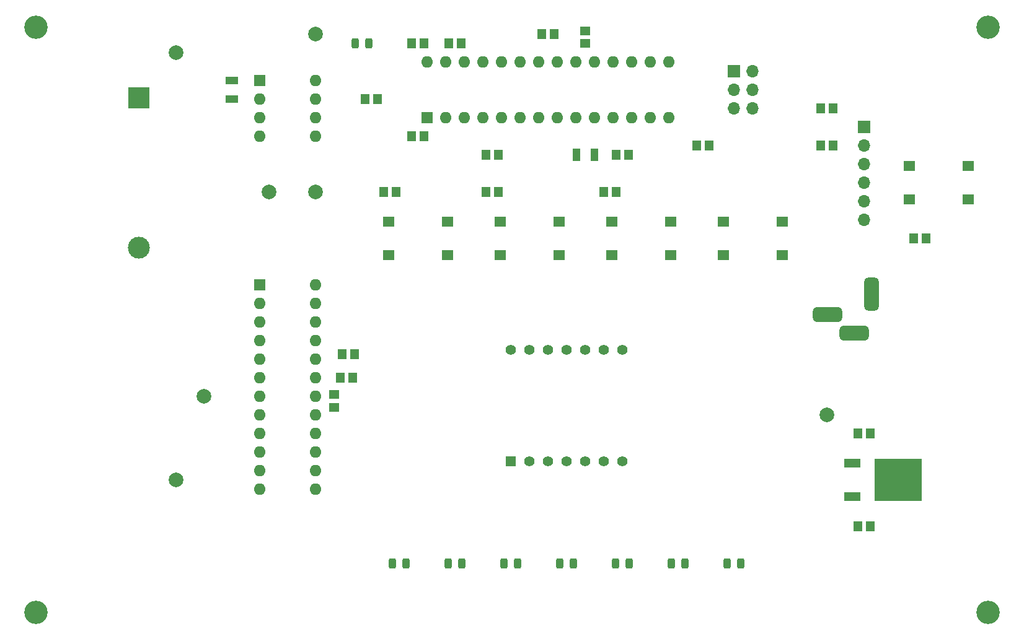
<source format=gbr>
%TF.GenerationSoftware,KiCad,Pcbnew,6.0.6-3a73a75311~116~ubuntu20.04.1*%
%TF.CreationDate,2022-07-21T23:58:01-04:00*%
%TF.ProjectId,first_project,66697273-745f-4707-926f-6a6563742e6b,rev?*%
%TF.SameCoordinates,PX4c4b400PY8a48640*%
%TF.FileFunction,Soldermask,Top*%
%TF.FilePolarity,Negative*%
%FSLAX46Y46*%
G04 Gerber Fmt 4.6, Leading zero omitted, Abs format (unit mm)*
G04 Created by KiCad (PCBNEW 6.0.6-3a73a75311~116~ubuntu20.04.1) date 2022-07-21 23:58:01*
%MOMM*%
%LPD*%
G01*
G04 APERTURE LIST*
G04 Aperture macros list*
%AMRoundRect*
0 Rectangle with rounded corners*
0 $1 Rounding radius*
0 $2 $3 $4 $5 $6 $7 $8 $9 X,Y pos of 4 corners*
0 Add a 4 corners polygon primitive as box body*
4,1,4,$2,$3,$4,$5,$6,$7,$8,$9,$2,$3,0*
0 Add four circle primitives for the rounded corners*
1,1,$1+$1,$2,$3*
1,1,$1+$1,$4,$5*
1,1,$1+$1,$6,$7*
1,1,$1+$1,$8,$9*
0 Add four rect primitives between the rounded corners*
20,1,$1+$1,$2,$3,$4,$5,0*
20,1,$1+$1,$4,$5,$6,$7,0*
20,1,$1+$1,$6,$7,$8,$9,0*
20,1,$1+$1,$8,$9,$2,$3,0*%
G04 Aperture macros list end*
%ADD10R,1.000000X1.800000*%
%ADD11C,3.200000*%
%ADD12RoundRect,0.243750X-0.243750X-0.456250X0.243750X-0.456250X0.243750X0.456250X-0.243750X0.456250X0*%
%ADD13R,1.600000X1.600000*%
%ADD14O,1.600000X1.600000*%
%ADD15C,2.000000*%
%ADD16R,1.150000X1.400000*%
%ADD17R,1.600000X1.400000*%
%ADD18R,1.800000X1.000000*%
%ADD19O,1.700000X1.700000*%
%ADD20R,1.700000X1.700000*%
%ADD21R,3.000000X3.000000*%
%ADD22C,3.000000*%
%ADD23R,1.400000X1.150000*%
%ADD24R,2.200000X1.200000*%
%ADD25R,6.400000X5.800000*%
%ADD26R,1.400000X1.400000*%
%ADD27C,1.400000*%
%ADD28RoundRect,0.500000X0.500000X-1.750000X0.500000X1.750000X-0.500000X1.750000X-0.500000X-1.750000X0*%
%ADD29RoundRect,0.500000X1.500000X0.500000X-1.500000X0.500000X-1.500000X-0.500000X1.500000X-0.500000X0*%
G04 APERTURE END LIST*
D10*
%TO.C,Y1*%
X81270000Y67530000D03*
X78770000Y67530000D03*
%TD*%
D11*
%TO.C,H4*%
X135000000Y5000000D03*
%TD*%
D12*
%TO.C,D7*%
X91782500Y11650000D03*
X93657500Y11650000D03*
%TD*%
%TO.C,D5*%
X76542500Y11650000D03*
X78417500Y11650000D03*
%TD*%
D13*
%TO.C,U4*%
X35580000Y49755000D03*
D14*
X35580000Y47215000D03*
X35580000Y44675000D03*
X35580000Y42135000D03*
X35580000Y39595000D03*
X35580000Y37055000D03*
X35580000Y34515000D03*
X35580000Y31975000D03*
X35580000Y29435000D03*
X35580000Y26895000D03*
X35580000Y24355000D03*
X35580000Y21815000D03*
X43200000Y21815000D03*
X43200000Y24355000D03*
X43200000Y26895000D03*
X43200000Y29435000D03*
X43200000Y31975000D03*
X43200000Y34515000D03*
X43200000Y37055000D03*
X43200000Y39595000D03*
X43200000Y42135000D03*
X43200000Y44675000D03*
X43200000Y47215000D03*
X43200000Y49755000D03*
%TD*%
D15*
%TO.C,TP2*%
X43190000Y62450000D03*
%TD*%
%TO.C,TP6*%
X36840000Y62450000D03*
%TD*%
D16*
%TO.C,C9*%
X46785000Y40225000D03*
X48485000Y40225000D03*
%TD*%
D15*
%TO.C,TP4*%
X24140000Y81500000D03*
%TD*%
D17*
%TO.C,SW1*%
X132280000Y65970000D03*
X124280000Y65970000D03*
X132280000Y61470000D03*
X124280000Y61470000D03*
%TD*%
D16*
%TO.C,C2*%
X75790000Y84040000D03*
X74090000Y84040000D03*
%TD*%
D12*
%TO.C,D8*%
X99402500Y11650000D03*
X101277500Y11650000D03*
%TD*%
D17*
%TO.C,SW2*%
X53160000Y53850000D03*
X61160000Y53850000D03*
X53160000Y58350000D03*
X61160000Y58350000D03*
%TD*%
D12*
%TO.C,D2*%
X53682500Y11650000D03*
X55557500Y11650000D03*
%TD*%
D17*
%TO.C,SW3*%
X68400000Y53850000D03*
X76400000Y53850000D03*
X68400000Y58350000D03*
X76400000Y58350000D03*
%TD*%
D12*
%TO.C,D3*%
X61302500Y11650000D03*
X63177500Y11650000D03*
%TD*%
D16*
%TO.C,C4*%
X117270000Y29430000D03*
X118970000Y29430000D03*
%TD*%
%TO.C,R2*%
X56310000Y70070000D03*
X58010000Y70070000D03*
%TD*%
D18*
%TO.C,Y2*%
X31760000Y75170000D03*
X31760000Y77670000D03*
%TD*%
D16*
%TO.C,R3*%
X112190000Y73880000D03*
X113890000Y73880000D03*
%TD*%
D19*
%TO.C,J1*%
X118120000Y58640000D03*
X118120000Y61180000D03*
X118120000Y63720000D03*
X118120000Y66260000D03*
X118120000Y68800000D03*
D20*
X118120000Y71340000D03*
%TD*%
D16*
%TO.C,C5*%
X84250000Y67530000D03*
X85950000Y67530000D03*
%TD*%
%TO.C,R4*%
X112190000Y68800000D03*
X113890000Y68800000D03*
%TD*%
D13*
%TO.C,U3*%
X35580000Y77680000D03*
D14*
X35580000Y75140000D03*
X35580000Y72600000D03*
X35580000Y70060000D03*
X43200000Y70060000D03*
X43200000Y72600000D03*
X43200000Y75140000D03*
X43200000Y77680000D03*
%TD*%
D16*
%TO.C,C1*%
X117270000Y16730000D03*
X118970000Y16730000D03*
%TD*%
D15*
%TO.C,TP7*%
X24140000Y23080000D03*
%TD*%
D16*
%TO.C,C6*%
X124890000Y56100000D03*
X126590000Y56100000D03*
%TD*%
D12*
%TO.C,D1*%
X48602500Y82770000D03*
X50477500Y82770000D03*
%TD*%
D15*
%TO.C,TP1*%
X113040000Y31970000D03*
%TD*%
D16*
%TO.C,C7*%
X66470000Y67530000D03*
X68170000Y67530000D03*
%TD*%
D11*
%TO.C,H2*%
X135000000Y85000000D03*
%TD*%
D21*
%TO.C,BT1*%
X19059984Y75333686D03*
D22*
X19059984Y54843686D03*
%TD*%
D16*
%TO.C,R1*%
X51660000Y75150000D03*
X49960000Y75150000D03*
%TD*%
D11*
%TO.C,H3*%
X5000000Y5000000D03*
%TD*%
D17*
%TO.C,SW4*%
X83640000Y53850000D03*
X91640000Y53850000D03*
X83640000Y58350000D03*
X91640000Y58350000D03*
%TD*%
D16*
%TO.C,C8*%
X46570000Y37050000D03*
X48270000Y37050000D03*
%TD*%
D17*
%TO.C,SW5*%
X98880000Y53850000D03*
X106880000Y53850000D03*
X98880000Y58350000D03*
X106880000Y58350000D03*
%TD*%
D23*
%TO.C,R10*%
X45730000Y34725000D03*
X45730000Y33025000D03*
%TD*%
D11*
%TO.C,H1*%
X5000000Y85000000D03*
%TD*%
D16*
%TO.C,R13*%
X61390000Y82770000D03*
X63090000Y82770000D03*
%TD*%
%TO.C,R9*%
X66470000Y62450000D03*
X68170000Y62450000D03*
%TD*%
D23*
%TO.C,C3*%
X80020000Y84470000D03*
X80020000Y82770000D03*
%TD*%
D15*
%TO.C,TP3*%
X43190000Y84040000D03*
%TD*%
D16*
%TO.C,R12*%
X96960000Y68800000D03*
X95260000Y68800000D03*
%TD*%
D15*
%TO.C,TP5*%
X27950000Y34510000D03*
%TD*%
D24*
%TO.C,U2*%
X116460000Y25360000D03*
D25*
X122760000Y23080000D03*
D24*
X116460000Y20800000D03*
%TD*%
D16*
%TO.C,R5*%
X52500000Y62450000D03*
X54200000Y62450000D03*
%TD*%
D26*
%TO.C,DS1*%
X69860000Y25620000D03*
D27*
X72400000Y25620000D03*
X74940000Y25620000D03*
X77480000Y25620000D03*
X80020000Y25620000D03*
X82560000Y25620000D03*
X85100000Y25620000D03*
X85100000Y40860000D03*
X82560000Y40860000D03*
X80020000Y40860000D03*
X77480000Y40860000D03*
X74940000Y40860000D03*
X72400000Y40860000D03*
X69860000Y40860000D03*
%TD*%
D20*
%TO.C,J3*%
X100340000Y78960000D03*
D19*
X102880000Y78960000D03*
X100340000Y76420000D03*
X102880000Y76420000D03*
X100340000Y73880000D03*
X102880000Y73880000D03*
%TD*%
D16*
%TO.C,R14*%
X56310000Y82770000D03*
X58010000Y82770000D03*
%TD*%
%TO.C,R11*%
X82560000Y62450000D03*
X84260000Y62450000D03*
%TD*%
D12*
%TO.C,D6*%
X84162500Y11650000D03*
X86037500Y11650000D03*
%TD*%
%TO.C,D4*%
X68922500Y11650000D03*
X70797500Y11650000D03*
%TD*%
D13*
%TO.C,U1*%
X58440000Y72620000D03*
D14*
X60980000Y72620000D03*
X63520000Y72620000D03*
X66060000Y72620000D03*
X68600000Y72620000D03*
X71140000Y72620000D03*
X73680000Y72620000D03*
X76220000Y72620000D03*
X78760000Y72620000D03*
X81300000Y72620000D03*
X83840000Y72620000D03*
X86380000Y72620000D03*
X88920000Y72620000D03*
X91460000Y72620000D03*
X91460000Y80240000D03*
X88920000Y80240000D03*
X86380000Y80240000D03*
X83840000Y80240000D03*
X81300000Y80240000D03*
X78760000Y80240000D03*
X76220000Y80240000D03*
X73680000Y80240000D03*
X71140000Y80240000D03*
X68600000Y80240000D03*
X66060000Y80240000D03*
X63520000Y80240000D03*
X60980000Y80240000D03*
X58440000Y80240000D03*
%TD*%
D28*
%TO.C,J2*%
X119080000Y48480000D03*
D29*
X116780000Y43180000D03*
X113080000Y45680000D03*
%TD*%
M02*

</source>
